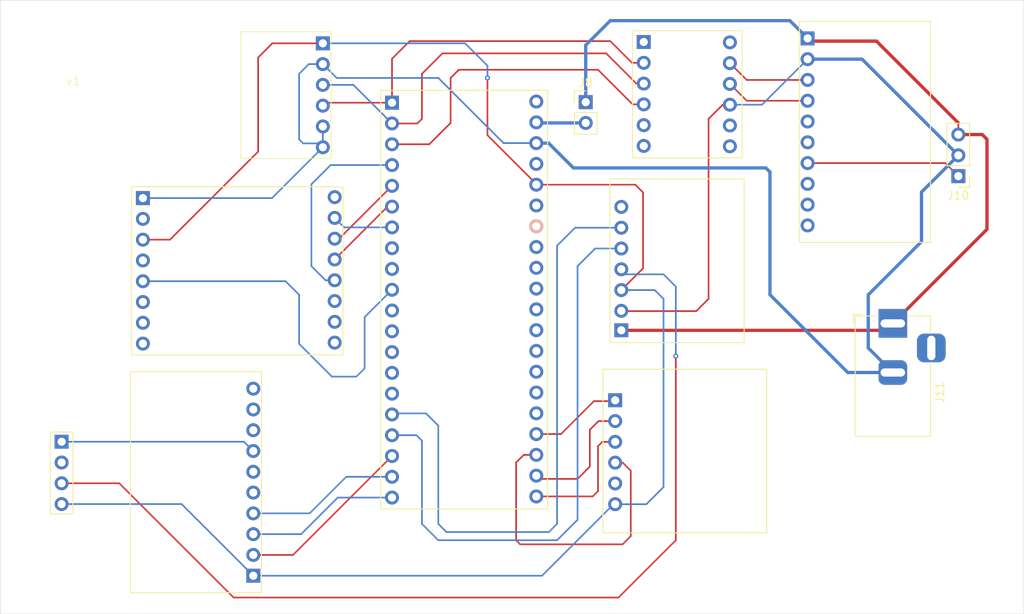
<source format=kicad_pcb>
(kicad_pcb (version 20241229) (generator "pcbnew") (generator_version "9.0")
  (layers (0 "F.Cu" signal) (2 "B.Cu" signal) (13 "F.Paste" user) (15 "B.Paste" user) (5 "F.SilkS" user "F.Silkscreen") (7 "B.SilkS" user "B.Silkscreen") (1 "F.Mask" user) (3 "B.Mask" user) (25 "Edge.Cuts" user))
  (net 0 "")
  (net 2 "Net-(J1-Pin_3)")
  (net 3 "Net-(J1-Pin_4)")
  (net 4 "Net-(J1-Pin_1)")
  (net 9 "Net-(U2-GPIO3)")
  (net 11 "Net-(U2-GPIO7)")
  (net 12 "Net-(U2-GPIO2)")
  (net 13 "Net-(U2-GPIO5)")
  (net 17 "GND")
  (net 18 "Net-(U2-GPIO4)")
  (net 20 "Net-(J3-Pin_4)")
  (net 21 "Net-(J3-Pin_3)")
  (net 22 "Net-(J4-Pin_1)_1")
  (net 23 "Net-(J4-Pin_3)")
  (net 24 "Net-(J4-Pin_2)")
  (net 26 "Net-(J4-Pin_4)")
  (net 27 "Net-(J5-Pin_4)")
  (net 28 "Net-(J5-Pin_2)")
  (net 34 "Net-(J5-Pin_3)")
  (net 35 "Net-(J6-Pin_4-Pad4)")
  (net 39 "Net-(J9-Pin_4)")
  (net 42 "5v")
  (net 44 "Net-(J9-Pin_3)")
  (net 45 "Net-(J7-Pin_5)")
  (net 46 "Net-(U2-GPIO12)")
  (net 48 "Net-(J8-Pin_2)")
  (net 52 "Net-(J10-Pin_1)")
  (footprint "Connector_PinHeader_2.54mm:PinHeader_1x03_P2.54mm_Vertical" (layer "F.Cu") (at 230.5 93.5 180)
    (property "Reference" "J10" (at 0 -2.38 0) (layer "F.SilkS"))
    (property "Value" "wind_sensor")
    (fp_line (start 1.38 1.27) (end 1.38 6.46) (stroke (width 0.12)) (layer "F.SilkS"))
    (fp_line (start -1.38 6.46) (end 1.38 6.46) (stroke (width 0.12)) (layer "F.SilkS"))
    (fp_line (start -1.38 1.27) (end 1.38 1.27) (stroke (width 0.12)) (layer "F.SilkS"))
    (fp_line (start -1.38 1.27) (end -1.38 6.46) (stroke (width 0.12)) (layer "F.SilkS"))
    (fp_line (start -1.38 0) (end -1.38 -1.38) (stroke (width 0.12)) (layer "F.SilkS"))
    (fp_line (start -1.38 -1.38) (end 0 -1.38) (stroke (width 0.12)) (layer "F.SilkS"))
    (pad "1" thru_hole rect (at 0 0 180) (size 1.7 1.7) (drill 1) (layers "*.Cu" "*.Mask") (net 52 "Net-(J10-Pin_1)"))
    (pad "2" thru_hole circle (at 0 2.54 180) (size 1.7 1.7) (drill 1) (layers "*.Cu" "*.Mask") (net 17 "GND"))
    (pad "3" thru_hole circle (at 0 5.08 180) (size 1.7 1.7) (drill 1) (layers "*.Cu" "*.Mask") (net 42 "5v"))
  )
  (footprint "CSIS_LIB:i2c_level" (layer "F.Cu") (at 204.105 82.27 180)
    (property "Reference" "J6" (hide yes))
    (property "Value" "I2C_Level_shifter" (hide yes))
    (fp_line (start 13.4 6.54) (end 0 6.54) (stroke (width 0.12)) (layer "F.SilkS"))
    (fp_line (start 13.4 6.5) (end 13.4 -9) (stroke (width 0.12)) (layer "F.SilkS"))
    (fp_line (start 13.4 -9) (end 0 -9) (stroke (width 0.12)) (layer "F.SilkS"))
    (fp_line (start 0 6.5) (end 0 -9) (stroke (width 0.12)) (layer "F.SilkS"))
    (pad "1" thru_hole rect (at 12.02 5.16) (size 1.7 1.7) (drill 1) (layers "*.Cu" "*.Mask"))
    (pad "2" thru_hole circle (at 12.02 2.62) (size 1.7 1.7) (drill 1) (layers "*.Cu" "*.Mask") (net 20 "Net-(J3-Pin_4)"))
    (pad "3" thru_hole circle (at 12.02 0.08) (size 1.7 1.7) (drill 1) (layers "*.Cu" "*.Mask") (net 21 "Net-(J3-Pin_3)"))
    (pad "4" thru_hole circle (at 12.02 -2.46) (size 1.7 1.7) (drill 1) (layers "*.Cu" "*.Mask") (net 35 "Net-(J6-Pin_4-Pad4)"))
    (pad "5" thru_hole circle (at 12.02 -5) (size 1.7 1.7) (drill 1) (layers "*.Cu" "*.Mask"))
    (pad "6" thru_hole circle (at 12.02 -7.54) (size 1.7 1.7) (drill 1) (layers "*.Cu" "*.Mask"))
    (pad "11" thru_hole circle (at 1.5 -7.58) (size 1.7 1.7) (drill 1) (layers "*.Cu" "*.Mask"))
    (pad "12" thru_hole circle (at 1.5 -5.04) (size 1.7 1.7) (drill 1) (layers "*.Cu" "*.Mask"))
    (pad "13" thru_hole circle (at 1.5 -2.5) (size 1.7 1.7) (drill 1) (layers "*.Cu" "*.Mask") (net 17 "GND"))
    (pad "14" thru_hole circle (at 1.5 0.04) (size 1.7 1.7) (drill 1) (layers "*.Cu" "*.Mask") (net 39 "Net-(J9-Pin_4)"))
    (pad "15" thru_hole circle (at 1.5 2.58) (size 1.7 1.7) (drill 1) (layers "*.Cu" "*.Mask") (net 44 "Net-(J9-Pin_3)"))
    (pad "16" thru_hole circle (at 1.5 5.12) (size 1.7 1.7) (drill 1) (layers "*.Cu" "*.Mask"))
  )
  (footprint "CSIS_LIB:ADS1" (layer "F.Cu") (at 145.405 144.405 180)
    (property "Reference" "J5" (hide yes))
    (property "Value" "ADS" (hide yes))
    (fp_line (start 16 27) (end 0 27) (stroke (width 0.12)) (layer "F.SilkS"))
    (fp_line (start 16 0) (end 16 27) (stroke (width 0.12)) (layer "F.SilkS"))
    (fp_line (start 0 27) (end 0 24.25) (stroke (width 0.12)) (layer "F.SilkS"))
    (fp_line (start 0 24.25) (end 0 0) (stroke (width 0.12)) (layer "F.SilkS"))
    (fp_line (start 0 0) (end 16 0) (stroke (width 0.12)) (layer "F.SilkS"))
    (pad "1" thru_hole rect (at 1 2.07 180) (size 1.7 1.7) (drill 1) (layers "*.Cu" "*.Mask") (net 3 "Net-(J1-Pin_4)"))
    (pad "2" thru_hole circle (at 1 4.61 180) (size 1.7 1.7) (drill 1) (layers "*.Cu" "*.Mask") (net 28 "Net-(J5-Pin_2)"))
    (pad "3" thru_hole circle (at 1 7.15 180) (size 1.7 1.7) (drill 1) (layers "*.Cu" "*.Mask") (net 34 "Net-(J5-Pin_3)"))
    (pad "4" thru_hole circle (at 1 9.69 180) (size 1.7 1.7) (drill 1) (layers "*.Cu" "*.Mask") (net 27 "Net-(J5-Pin_4)"))
    (pad "5" thru_hole circle (at 1 12.23 180) (size 1.7 1.7) (drill 1) (layers "*.Cu" "*.Mask"))
    (pad "6" thru_hole circle (at 1 14.77 180) (size 1.7 1.7) (drill 1) (layers "*.Cu" "*.Mask"))
    (pad "7" thru_hole circle (at 1 17.31 180) (size 1.7 1.7) (drill 1) (layers "*.Cu" "*.Mask") (net 4 "Net-(J1-Pin_1)"))
    (pad "8" thru_hole circle (at 1 19.85 180) (size 1.7 1.7) (drill 1) (layers "*.Cu" "*.Mask"))
    (pad "9" thru_hole circle (at 1 22.39 180) (size 1.7 1.7) (drill 1) (layers "*.Cu" "*.Mask"))
    (pad "10" thru_hole circle (at 1 24.93 180) (size 1.7 1.7) (drill 1) (layers "*.Cu" "*.Mask"))
  )
  (footprint "MCU_library:PICOw" (layer "F.Cu") (at 159.845 83.025)
    (property "Reference" "U2" (hide yes))
    (property "Value" "RASPI PICO W")
    (fp_line (start 0.12 0) (end 17.74 -0.02) (stroke (width 0.12)) (layer "F.SilkS"))
    (fp_line (start 0.12 1.5) (end 0.12 0) (stroke (width 0.12)) (layer "F.SilkS"))
    (fp_line (start 0.12 1.5) (end 0.12 51.14) (stroke (width 0.12)) (layer "F.SilkS"))
    (fp_line (start 0.12 51.14) (end 20.5 51.14) (stroke (width 0.12)) (layer "F.SilkS"))
    (fp_line (start 17.74 -0.02) (end 20.5 -0.02) (stroke (width 0.12)) (layer "F.SilkS"))
    (fp_line (start 20.5 -0.02) (end 20.5 51.14) (stroke (width 0.12)) (layer "F.SilkS"))
    (pad "1" thru_hole rect (at 1.5 1.5) (size 1.7 1.7) (drill 1) (layers "*.Cu" "*.Mask") (net 20 "Net-(J3-Pin_4)"))
    (pad "2" thru_hole circle (at 1.5 4.04) (size 1.7 1.7) (drill 1) (layers "*.Cu" "*.Mask") (net 21 "Net-(J3-Pin_3)"))
    (pad "3" thru_hole circle (at 1.5 6.58) (size 1.7 1.7) (drill 1) (layers "*.Cu" "*.Mask") (net 35 "Net-(J6-Pin_4-Pad4)"))
    (pad "4" thru_hole circle (at 1.5 9.12) (size 1.7 1.7) (drill 1) (layers "*.Cu" "*.Mask") (net 12 "Net-(U2-GPIO2)"))
    (pad "5" thru_hole circle (at 1.5 11.66) (size 1.7 1.7) (drill 1) (layers "*.Cu" "*.Mask") (net 9 "Net-(U2-GPIO3)"))
    (pad "6" thru_hole circle (at 1.5 14.2) (size 1.7 1.7) (drill 1) (layers "*.Cu" "*.Mask") (net 18 "Net-(U2-GPIO4)"))
    (pad "7" thru_hole circle (at 1.5 16.74) (size 1.7 1.7) (drill 1) (layers "*.Cu" "*.Mask") (net 13 "Net-(U2-GPIO5)"))
    (pad "8" thru_hole circle (at 1.5 19.28) (size 1.7 1.7) (drill 1) (layers "*.Cu" "*.Mask"))
    (pad "9" thru_hole circle (at 1.5 21.82) (size 1.7 1.7) (drill 1) (layers "*.Cu" "*.Mask"))
    (pad "10" thru_hole circle (at 1.5 24.36) (size 1.7 1.7) (drill 1) (layers "*.Cu" "*.Mask") (net 11 "Net-(U2-GPIO7)"))
    (pad "11" thru_hole circle (at 1.5 26.9) (size 1.7 1.7) (drill 1) (layers "*.Cu" "*.Mask"))
    (pad "12" thru_hole circle (at 1.5 29.44) (size 1.7 1.7) (drill 1) (layers "*.Cu" "*.Mask"))
    (pad "13" thru_hole circle (at 1.5 31.98) (size 1.7 1.7) (drill 1) (layers "*.Cu" "*.Mask"))
    (pad "14" thru_hole circle (at 1.5 34.52) (size 1.7 1.7) (drill 1) (layers "*.Cu" "*.Mask"))
    (pad "15" thru_hole circle (at 1.5 37.06) (size 1.7 1.7) (drill 1) (layers "*.Cu" "*.Mask"))
    (pad "16" thru_hole circle (at 1.5 39.6) (size 1.7 1.7) (drill 1) (layers "*.Cu" "*.Mask") (net 46 "Net-(U2-GPIO12)"))
    (pad "17" thru_hole circle (at 1.5 42.14) (size 1.7 1.7) (drill 1) (layers "*.Cu" "*.Mask") (net 45 "Net-(J7-Pin_5)"))
    (pad "18" thru_hole circle (at 1.5 44.68) (size 1.7 1.7) (drill 1) (layers "*.Cu" "*.Mask") (net 28 "Net-(J5-Pin_2)"))
    (pad "19" thru_hole circle (at 1.5 47.22) (size 1.7 1.7) (drill 1) (layers "*.Cu" "*.Mask") (net 27 "Net-(J5-Pin_4)"))
    (pad "20" thru_hole circle (at 1.5 49.76) (size 1.7 1.7) (drill 1) (layers "*.Cu" "*.Mask") (net 34 "Net-(J5-Pin_3)"))
    (pad "21" thru_hole circle (at 19.12 49.62) (size 1.7 1.7) (drill 1) (layers "*.Cu" "*.Mask") (net 23 "Net-(J4-Pin_3)"))
    (pad "22" thru_hole circle (at 19.12 47.08) (size 1.7 1.7) (drill 1) (layers "*.Cu" "*.Mask") (net 24 "Net-(J4-Pin_2)"))
    (pad "23" thru_hole circle (at 19.12 44.54) (size 1.7 1.7) (drill 1) (layers "*.Cu" "*.Mask") (net 26 "Net-(J4-Pin_4)"))
    (pad "24" thru_hole circle (at 19.12 42) (size 1.7 1.7) (drill 1) (layers "*.Cu" "*.Mask") (net 22 "Net-(J4-Pin_1)_1"))
    (pad "25" thru_hole circle (at 19.12 39.46) (size 1.7 1.7) (drill 1) (layers "*.Cu" "*.Mask"))
    (pad "26" thru_hole circle (at 19.12 36.92) (size 1.7 1.7) (drill 1) (layers "*.Cu" "*.Mask"))
    (pad "27" thru_hole circle (at 19.12 34.38) (size 1.7 1.7) (drill 1) (layers "*.Cu" "*.Mask"))
    (pad "28" thru_hole circle (at 19.12 31.84) (size 1.7 1.7) (drill 1) (layers "*.Cu" "*.Mask"))
    (pad "29" thru_hole circle (at 19.12 29.3) (size 1.7 1.7) (drill 1) (layers "*.Cu" "*.Mask"))
    (pad "30" thru_hole circle (at 19.12 26.76) (size 1.7 1.7) (drill 1) (layers "*.Cu" "*.Mask"))
    (pad "31" thru_hole circle (at 19.12 24.22) (size 1.7 1.7) (drill 1) (layers "*.Cu" "*.Mask"))
    (pad "32" thru_hole circle (at 19.12 21.68) (size 1.7 1.7) (drill 1) (layers "*.Cu" "*.Mask"))
    (pad "33" thru_hole circle (at 19.12 19.14) (size 1.7 1.7) (drill 1) (layers "*.Cu" "*.Mask"))
    (pad "34" thru_hole circle (at 19.12 16.6) (size 1.7 1.7) (drill 1) (layers "*.Cu" "*.Mask" "B.SilkS"))
    (pad "35" thru_hole circle (at 19.12 14.06) (size 1.7 1.7) (drill 1) (layers "*.Cu" "*.Mask"))
    (pad "36" thru_hole circle (at 19.12 11.52) (size 1.7 1.7) (drill 1) (layers "*.Cu" "*.Mask" "F.Adhes") (net 3 "Net-(J1-Pin_4)"))
    (pad "37" thru_hole circle (at 19.12 8.98) (size 1.7 1.7) (drill 1) (layers "*.Cu" "*.Mask"))
    (pad "38" thru_hole circle (at 19.12 6.44) (size 1.7 1.7) (drill 1) (layers "*.Cu" "*.Mask") (net 17 "GND"))
    (pad "39" thru_hole circle (at 19.12 3.9) (size 1.7 1.7) (drill 1) (layers "*.Cu" "*.Mask") (net 48 "Net-(J8-Pin_2)"))
    (pad "40" thru_hole circle (at 19.12 1.36) (size 1.7 1.7) (drill 1) (layers "*.Cu" "*.Mask"))
  )
  (footprint "CSIS_LIB:ADS1" (layer "F.Cu") (at 211.095 74.595)
    (property "Reference" "J9" (hide yes))
    (property "Value" "ADS" (hide yes))
    (fp_line (start 0 0) (end 16 0) (stroke (width 0.12)) (layer "F.SilkS"))
    (fp_line (start 0 24.25) (end 0 0) (stroke (width 0.12)) (layer "F.SilkS"))
    (fp_line (start 0 27) (end 0 24.25) (stroke (width 0.12)) (layer "F.SilkS"))
    (fp_line (start 16 0) (end 16 27) (stroke (width 0.12)) (layer "F.SilkS"))
    (fp_line (start 16 27) (end 0 27) (stroke (width 0.12)) (layer "F.SilkS"))
    (pad "1" thru_hole rect (at 1 2.07) (size 1.7 1.7) (drill 1) (layers "*.Cu" "*.Mask") (net 42 "5v"))
    (pad "2" thru_hole circle (at 1 4.61) (size 1.7 1.7) (drill 1) (layers "*.Cu" "*.Mask") (net 17 "GND"))
    (pad "3" thru_hole circle (at 1 7.15) (size 1.7 1.7) (drill 1) (layers "*.Cu" "*.Mask") (net 44 "Net-(J9-Pin_3)"))
    (pad "4" thru_hole circle (at 1 9.69) (size 1.7 1.7) (drill 1) (layers "*.Cu" "*.Mask") (net 39 "Net-(J9-Pin_4)"))
    (pad "5" thru_hole circle (at 1 12.23) (size 1.7 1.7) (drill 1) (layers "*.Cu" "*.Mask"))
    (pad "6" thru_hole circle (at 1 14.77) (size 1.7 1.7) (drill 1) (layers "*.Cu" "*.Mask"))
    (pad "7" thru_hole circle (at 1 17.31) (size 1.7 1.7) (drill 1) (layers "*.Cu" "*.Mask") (net 52 "Net-(J10-Pin_1)"))
    (pad "8" thru_hole circle (at 1 19.85) (size 1.7 1.7) (drill 1) (layers "*.Cu" "*.Mask"))
    (pad "9" thru_hole circle (at 1 22.39) (size 1.7 1.7) (drill 1) (layers "*.Cu" "*.Mask"))
    (pad "10" thru_hole circle (at 1 24.93) (size 1.7 1.7) (drill 1) (layers "*.Cu" "*.Mask"))
  )
  (footprint "CSIS_LIB:RAINv1" (layer "F.Cu") (at 119 124.77)
    (property "Reference" "J1" (hide yes))
    (property "Value" "Rain" (hide yes))
    (fp_line (start 0.62 0) (end 0.62 10) (stroke (width 0.12)) (layer "F.SilkS"))
    (fp_line (start 0.62 0) (end 3.38 0) (stroke (width 0.12)) (layer "F.SilkS"))
    (fp_line (start 0.62 10) (end 3.38 10) (stroke (width 0.12)) (layer "F.SilkS"))
    (fp_line (start 3.38 0) (end 3.38 10) (stroke (width 0.12)) (layer "F.SilkS"))
    (pad "1" thru_hole rect (at 2 1.19) (size 1.7 1.7) (drill 1) (layers "*.Cu" "*.Mask") (net 4 "Net-(J1-Pin_1)"))
    (pad "2" thru_hole circle (at 2 3.73) (size 1.7 1.7) (drill 1) (layers "*.Cu" "*.Mask"))
    (pad "3" thru_hole circle (at 2 6.27) (size 1.7 1.7) (drill 1) (layers "*.Cu" "*.Mask") (net 2 "Net-(J1-Pin_3)"))
    (pad "4" thru_hole circle (at 2 8.81) (size 1.7 1.7) (drill 1) (layers "*.Cu" "*.Mask") (net 3 "Net-(J1-Pin_4)"))
  )
  (footprint "CSIS_LIB:lora" (layer "F.Cu") (at 120.845 92.845)
    (property "Reference" "J2" (hide yes))
    (property "Value" "LORA" (hide yes))
    (fp_line (start 8.7 1.96) (end 34.5 1.96) (stroke (width 0.12)) (layer "F.SilkS"))
    (fp_line (start 8.7 2) (end 8.7 22.5) (stroke (width 0.12)) (layer "F.SilkS"))
    (fp_line (start 8.7 22.5) (end 34.5 22.5) (stroke (width 0.12)) (layer "F.SilkS"))
    (fp_line (start 34.5 2) (end 34.5 22.5) (stroke (width 0.12)) (layer "F.SilkS"))
    (pad "1" thru_hole rect (at 10.08 3.34) (size 1.7 1.7) (drill 1) (layers "*.Cu" "*.Mask") (net 17 "GND"))
    (pad "2" thru_hole circle (at 10.08 5.88) (size 1.7 1.7) (drill 1) (layers "*.Cu" "*.Mask"))
    (pad "3" thru_hole circle (at 10.08 8.42) (size 1.7 1.7) (drill 1) (layers "*.Cu" "*.Mask") (net 3 "Net-(J1-Pin_4)"))
    (pad "4" thru_hole circle (at 10.08 10.96) (size 1.7 1.7) (drill 1) (layers "*.Cu" "*.Mask"))
    (pad "5" thru_hole circle (at 10.08 13.5) (size 1.7 1.7) (drill 1) (layers "*.Cu" "*.Mask") (net 11 "Net-(U2-GPIO7)"))
    (pad "6" thru_hole circle (at 10.08 16.04) (size 1.7 1.7) (drill 1) (layers "*.Cu" "*.Mask"))
    (pad "7" thru_hole circle (at 10.08 18.58) (size 1.7 1.7) (drill 1) (layers "*.Cu" "*.Mask"))
    (pad "8" thru_hole circle (at 10.08 21.12) (size 1.7 1.7) (drill 1) (layers "*.Cu" "*.Mask"))
    (pad "9" thru_hole circle (at 33.5 21) (size 1.7 1.7) (drill 1) (layers "*.Cu" "*.Mask"))
    (pad "10" thru_hole circle (at 33.5 18.46) (size 1.7 1.7) (drill 1) (layers "*.Cu" "*.Mask"))
    (pad "11" thru_hole circle (at 33.5 15.92) (size 1.7 1.7) (drill 1) (layers "*.Cu" "*.Mask"))
    (pad "12" thru_hole circle (at 33.5 13.38) (size 1.7 1.7) (drill 1) (layers "*.Cu" "*.Mask") (net 12 "Net-(U2-GPIO2)"))
    (pad "13" thru_hole circle (at 33.5 10.84) (size 1.7 1.7) (drill 1) (layers "*.Cu" "*.Mask") (net 18 "Net-(U2-GPIO4)"))
    (pad "14" thru_hole circle (at 33.5 8.3) (size 1.7 1.7) (drill 1) (layers "*.Cu" "*.Mask") (net 9 "Net-(U2-GPIO3)"))
    (pad "15" thru_hole circle (at 33.5 5.76) (size 1.7 1.7) (drill 1) (layers "*.Cu" "*.Mask") (net 13 "Net-(U2-GPIO5)"))
    (pad "16" thru_hole circle (at 33.5 3.22) (size 1.7 1.7) (drill 1) (layers "*.Cu" "*.Mask"))
  )
  (footprint "CSIS_LIB:Thermocoupler" (layer "F.Cu") (at 187.095 117.095)
    (property "Reference" "J4" (hide yes))
    (property "Value" "Thermocoupler" (hide yes))
    (fp_line (start 0 0) (end 0 20) (stroke (width 0.12)) (layer "F.SilkS"))
    (fp_line (start 0 0) (end 20 0) (stroke (width 0.12)) (layer "F.SilkS"))
    (fp_line (start 0 20) (end 20 20) (stroke (width 0.12)) (layer "F.SilkS"))
    (fp_line (start 20 0) (end 20 20) (stroke (width 0.12)) (layer "F.SilkS"))
    (pad "1" thru_hole rect (at 1.5 3.8) (size 1.7 1.7) (drill 1) (layers "*.Cu" "*.Mask") (net 22 "Net-(J4-Pin_1)_1"))
    (pad "2" thru_hole circle (at 1.5 6.34) (size 1.7 1.7) (drill 1) (layers "*.Cu" "*.Mask") (net 24 "Net-(J4-Pin_2)"))
    (pad "3" thru_hole circle (at 1.5 8.88) (size 1.7 1.7) (drill 1) (layers "*.Cu" "*.Mask") (net 23 "Net-(J4-Pin_3)"))
    (pad "4" thru_hole circle (at 1.5 11.42) (size 1.7 1.7) (drill 1) (layers "*.Cu" "*.Mask") (net 26 "Net-(J4-Pin_4)"))
    (pad "5" thru_hole circle (at 1.5 13.96) (size 1.7 1.7) (drill 1) (layers "*.Cu" "*.Mask"))
    (pad "6" thru_hole circle (at 1.5 16.5) (size 1.7 1.7) (drill 1) (layers "*.Cu" "*.Mask") (net 3 "Net-(J1-Pin_4)"))
  )
  (footprint "CSIS_LIB:GSM" (layer "F.Cu") (at 187.845 92.345)
    (property "Reference" "J7" (hide yes))
    (property "Value" "GSM_module" (hide yes))
    (fp_line (start 0.12 21.5) (end 0.12 1.5) (stroke (width 0.12)) (layer "F.SilkS"))
    (fp_line (start 16.5 1.5) (end 0.12 1.5) (stroke (width 0.12)) (layer "F.SilkS"))
    (fp_line (start 16.5 21.5) (end 0.12 21.5) (stroke (width 0.12)) (layer "F.SilkS"))
    (fp_line (start 16.5 21.5) (end 16.5 1.5) (stroke (width 0.12)) (layer "F.SilkS"))
    (pad "1" thru_hole rect (at 1.5 20 180) (size 1.7 1.7) (drill 1) (layers "*.Cu" "*.Mask") (net 42 "5v"))
    (pad "2" thru_hole circle (at 1.5 17.62 180) (size 1.7 1.7) (drill 1) (layers "*.Cu" "*.Mask") (net 17 "GND"))
    (pad "3" thru_hole circle (at 1.5 15.08 180) (size 1.7 1.7) (drill 1) (layers "*.Cu" "*.Mask") (net 3 "Net-(J1-Pin_4)"))
    (pad "4" thru_hole circle (at 1.5 12.54 180) (size 1.7 1.7) (drill 1) (layers "*.Cu" "*.Mask") (net 2 "Net-(J1-Pin_3)"))
    (pad "5" thru_hole circle (at 1.5 10 180) (size 1.7 1.7) (drill 1) (layers "*.Cu" "*.Mask") (net 45 "Net-(J7-Pin_5)"))
    (pad "6" thru_hole circle (at 1.5 7.46 180) (size 1.7 1.7) (drill 1) (layers "*.Cu" "*.Mask") (net 46 "Net-(U2-GPIO12)"))
    (pad "7" thru_hole circle (at 1.5 4.92 180) (size 1.7 1.7) (drill 1) (layers "*.Cu" "*.Mask"))
  )
  (footprint "Connector_BarrelJack:BarrelJack_Horizontal" (layer "F.Cu") (at 222.5 111.5 90)
    (property "Reference" "J11" (at -8.45 5.75 90) (layer "F.SilkS"))
    (property "Value" "Barrel_Jack_MountingPin")
    (fp_line (start 0.05 -4.8) (end 1.1 -4.8) (stroke (width 0.12)) (layer "F.SilkS"))
    (fp_line (start 0.9 -4.6) (end 0.9 -2) (stroke (width 0.12)) (layer "F.SilkS"))
    (fp_line (start -13.8 -4.6) (end 0.9 -4.6) (stroke (width 0.12)) (layer "F.SilkS"))
    (fp_line (start 1.1 -3.75) (end 1.1 -4.8) (stroke (width 0.12)) (layer "F.SilkS"))
    (fp_line (start 0.9 1.9) (end 0.9 4.6) (stroke (width 0.12)) (layer "F.SilkS"))
    (fp_line (start 0.9 4.6) (end -1 4.6) (stroke (width 0.12)) (layer "F.SilkS"))
    (fp_line (start -5 4.6) (end -13.8 4.6) (stroke (width 0.12)) (layer "F.SilkS"))
    (fp_line (start -13.8 4.6) (end -13.8 -4.6) (stroke (width 0.12)) (layer "F.SilkS"))
    (pad "1" thru_hole rect (at 0 0 90) (size 3.5 3.5) (drill oval 1 3) (layers "*.Cu" "*.Mask") (net 42 "5v"))
    (pad "2" thru_hole roundrect (at -6 0 90) (size 3 3.5) (drill oval 1 3) (layers "*.Cu" "*.Mask") (net 17 "GND"))
    (pad "3" thru_hole roundrect (at -3 4.7 90) (size 3.5 3.5) (drill oval 3 1) (layers "*.Cu" "*.Mask"))
  )
  (footprint "CSIS_LIB:BARO" (layer "F.Cu") (at 153.9 75.85 -90)
    (property "Reference" "J3" (hide yes))
    (property "Value" "PRESSURE" (hide yes))
    (fp_rect (start 0 0) (end 15.5 11) (stroke (width 0.1)) (fill no) (layer "F.SilkS"))
    (pad "1" thru_hole rect (at 1.42 1) (size 1.7 1.7) (drill 1) (layers "*.Cu" "*.Mask") (net 3 "Net-(J1-Pin_4)"))
    (pad "2" thru_hole circle (at 3.96 1) (size 1.7 1.7) (drill 1) (layers "*.Cu" "*.Mask") (net 17 "GND"))
    (pad "3" thru_hole circle (at 6.5 1) (size 1.7 1.7) (drill 1) (layers "*.Cu" "*.Mask") (net 21 "Net-(J3-Pin_3)"))
    (pad "4" thru_hole circle (at 9.04 1) (size 1.7 1.7) (drill 1) (layers "*.Cu" "*.Mask") (net 20 "Net-(J3-Pin_4)"))
    (pad "5" thru_hole circle (at 11.58 1) (size 1.7 1.7) (drill 1) (layers "*.Cu" "*.Mask") (net 17 "GND"))
    (pad "6" thru_hole circle (at 14.12 1) (size 1.7 1.7) (drill 1) (layers "*.Cu" "*.Mask") (net 17 "GND"))
  )
  (footprint "Connector_PinHeader_2.54mm:PinHeader_1x02_P2.54mm_Vertical" (layer "F.Cu") (at 185 84.46)
    (property "Reference" "J8" (at 0 -2.38 0) (layer "F.SilkS"))
    (property "Value" "Conn_01x02_Pin")
    (fp_line (start -1.38 -1.38) (end 0 -1.38) (stroke (width 0.12)) (layer "F.SilkS"))
    (fp_line (start -1.38 0) (end -1.38 -1.38) (stroke (width 0.12)) (layer "F.SilkS"))
    (fp_line (start -1.38 1.27) (end -1.38 3.92) (stroke (width 0.12)) (layer "F.SilkS"))
    (fp_line (start -1.38 1.27) (end 1.38 1.27) (stroke (width 0.12)) (layer "F.SilkS"))
    (fp_line (start -1.38 3.92) (end 1.38 3.92) (stroke (width 0.12)) (layer "F.SilkS"))
    (fp_line (start 1.38 1.27) (end 1.38 3.92) (stroke (width 0.12)) (layer "F.SilkS"))
    (pad "1" thru_hole rect (at 0 0) (size 1.7 1.7) (drill 1) (layers "*.Cu" "*.Mask") (net 42 "5v"))
    (pad "2" thru_hole circle (at 0 2.54) (size 1.7 1.7) (drill 1) (layers "*.Cu" "*.Mask") (net 48 "Net-(J8-Pin_2)"))
  )
  (gr_rect (start 113.5 72) (end 238.5 147) (stroke (width 0.05)) (fill no) (layer "Edge.Cuts"))
  (gr_text "v1\n" (at 121.5 82.5 0) (layer "F.SilkS") (effects (font (size 1 1) (thickness 0.1)) (justify left bottom)))
  (segment (start 196 138) (end 196 115.5) (width 0.2) (layer "F.Cu") (net 2))
  (segment (start 121 131.04) (end 128.04 131.04) (width 0.2) (layer "F.Cu") (net 2))
  (segment (start 128.04 131.04) (end 136.5 139.5) (width 0.2) (layer "F.Cu") (net 2))
  (segment (start 136.5 139.5) (end 142 145) (width 0.2) (layer "F.Cu") (net 2))
  (segment (start 151 145) (end 189 145) (width 0.2) (layer "F.Cu") (net 2))
  (segment (start 189 145) (end 196 138) (width 0.2) (layer "F.Cu") (net 2))
  (segment (start 142 145) (end 151 145) (width 0.2) (layer "F.Cu") (net 2))
  (via (at 196 115.5) (size 0.6) (drill 0.3) (layers "F.Cu" "B.Cu") (net 2))
  (segment (start 189.96 105.5) (end 189.345 104.885) (width 0.2) (layer "B.Cu") (net 2))
  (segment (start 194.5 105.5) (end 189.96 105.5) (width 0.2) (layer "B.Cu") (net 2))
  (segment (start 196 115.5) (end 196 107) (width 0.2) (layer "B.Cu") (net 2))
  (segment (start 196 107) (end 194.5 105.5) (width 0.2) (layer "B.Cu") (net 2))
  (segment (start 192 104.77) (end 189.345 107.425) (width 0.2) (layer "F.Cu") (net 3))
  (segment (start 178.965 94.545) (end 191.045 94.545) (width 0.2) (layer "F.Cu") (net 3))
  (segment (start 145 90.5) (end 145 79) (width 0.2) (layer "F.Cu") (net 3))
  (segment (start 178.965 94.545) (end 178.965 94.465) (width 0.2) (layer "F.Cu") (net 3))
  (segment (start 145 79) (end 146.73 77.27) (width 0.2) (layer "F.Cu") (net 3))
  (segment (start 191.045 94.545) (end 192 95.5) (width 0.2) (layer "F.Cu") (net 3))
  (segment (start 192 95.5) (end 192 104.77) (width 0.2) (layer "F.Cu") (net 3))
  (segment (start 130.925 101.265) (end 134.235 101.265) (width 0.2) (layer "F.Cu") (net 3))
  (segment (start 146.73 77.27) (end 152.9 77.27) (width 0.2) (layer "F.Cu") (net 3))
  (segment (start 178.965 94.465) (end 175 90.5) (width 0.2) (layer "F.Cu") (net 3))
  (segment (start 175 90.5) (end 173 88.5) (width 0.2) (layer "F.Cu") (net 3))
  (segment (start 173 88.5) (end 173 81.5) (width 0.2) (layer "F.Cu") (net 3))
  (segment (start 134.235 101.265) (end 145 90.5) (width 0.2) (layer "F.Cu") (net 3))
  (via (at 173 81.5) (size 0.6) (drill 0.3) (layers "F.Cu" "B.Cu") (net 3))
  (segment (start 173 80) (end 170.27 77.27) (width 0.2) (layer "B.Cu") (net 3))
  (segment (start 193.425 107.425) (end 194.5 108.5) (width 0.2) (layer "B.Cu") (net 3))
  (segment (start 194.5 131.5) (end 192.405 133.595) (width 0.2) (layer "B.Cu") (net 3))
  (segment (start 173 81.5) (end 173 80) (width 0.2) (layer "B.Cu") (net 3))
  (segment (start 188.405 133.595) (end 179.665 142.335) (width 0.2) (layer "B.Cu") (net 3))
  (segment (start 188.595 133.595) (end 188.405 133.595) (width 0.2) (layer "B.Cu") (net 3))
  (segment (start 179.665 142.335) (end 144.405 142.335) (width 0.2) (layer "B.Cu") (net 3))
  (segment (start 121 133.58) (end 135.65 133.58) (width 0.2) (layer "B.Cu") (net 3))
  (segment (start 194.5 108.5) (end 194.5 131.5) (width 0.2) (layer "B.Cu") (net 3))
  (segment (start 192.405 133.595) (end 188.595 133.595) (width 0.2) (layer "B.Cu") (net 3))
  (segment (start 135.65 133.58) (end 144.405 142.335) (width 0.2) (layer "B.Cu") (net 3))
  (segment (start 170.27 77.27) (end 152.9 77.27) (width 0.2) (layer "B.Cu") (net 3))
  (segment (start 189.345 107.425) (end 193.425 107.425) (width 0.2) (layer "B.Cu") (net 3))
  (segment (start 121 125.96) (end 143.27 125.96) (width 0.2) (layer "B.Cu") (net 4))
  (segment (start 143.27 125.96) (end 144.405 127.095) (width 0.2) (layer "B.Cu") (net 4))
  (segment (start 154.885 101.145) (end 161.345 94.685) (width 0.2) (layer "F.Cu") (net 9))
  (segment (start 154.345 101.145) (end 154.885 101.145) (width 0.2) (layer "F.Cu") (net 9))
  (segment (start 150 108) (end 150 114) (width 0.2) (layer "B.Cu") (net 11))
  (segment (start 150 114) (end 154 118) (width 0.2) (layer "B.Cu") (net 11))
  (segment (start 130.925 106.345) (end 148.345 106.345) (width 0.2) (layer "B.Cu") (net 11))
  (segment (start 154 118) (end 157 118) (width 0.2) (layer "B.Cu") (net 11))
  (segment (start 148.345 106.345) (end 150 108) (width 0.2) (layer "B.Cu") (net 11))
  (segment (start 158 110.73) (end 161.345 107.385) (width 0.2) (layer "B.Cu") (net 11))
  (segment (start 158 117) (end 158 110.73) (width 0.2) (layer "B.Cu") (net 11))
  (segment (start 157 118) (end 158 117) (width 0.2) (layer "B.Cu") (net 11))
  (segment (start 154.345 106.225) (end 153.225 106.225) (width 0.2) (layer "B.Cu") (net 12))
  (segment (start 153.225 106.225) (end 151.5 104.5) (width 0.2) (layer "B.Cu") (net 12))
  (segment (start 153.855 92.145) (end 161.345 92.145) (width 0.2) (layer "B.Cu") (net 12))
  (segment (start 151.5 94.5) (end 153.855 92.145) (width 0.2) (layer "B.Cu") (net 12))
  (segment (start 151.5 104.5) (end 151.5 94.5) (width 0.2) (layer "B.Cu") (net 12))
  (segment (start 155.505 99.765) (end 161.345 99.765) (width 0.2) (layer "B.Cu") (net 13))
  (segment (start 154.345 98.605) (end 155.505 99.765) (width 0.2) (layer "B.Cu") (net 13))
  (segment (start 200 86.5) (end 200 108.5) (width 0.2) (layer "F.Cu") (net 17))
  (segment (start 202.605 84.77) (end 201.73 84.77) (width 0.2) (layer "F.Cu") (net 17))
  (segment (start 200 108.5) (end 198.5 110) (width 0.2) (layer "F.Cu") (net 17))
  (segment (start 201.73 84.77) (end 200 86.5) (width 0.2) (layer "F.Cu") (net 17))
  (segment (start 189.38 110) (end 189.345 109.965) (width 0.2) (layer "F.Cu") (net 17))
  (segment (start 198.5 110) (end 189.38 110) (width 0.2) (layer "F.Cu") (net 17))
  (segment (start 226 101.5) (end 226 95.46) (width 0.4) (layer "B.Cu") (net 17))
  (segment (start 151.19 79.81) (end 150 81) (width 0.2) (layer "B.Cu") (net 17))
  (segment (start 154.59 81.5) (end 152.9 79.81) (width 0.2) (layer "B.Cu") (net 17))
  (segment (start 230.5 90.96) (end 218.745 79.205) (width 0.4) (layer "B.Cu") (net 17))
  (segment (start 206.53 84.77) (end 202.605 84.77) (width 0.2) (layer "B.Cu") (net 17))
  (segment (start 222.5 117.5) (end 219.5 114.5) (width 0.4) (layer "B.Cu") (net 17))
  (segment (start 207 92.5) (end 183.5 92.5) (width 0.4) (layer "B.Cu") (net 17))
  (segment (start 150 89) (end 150.5 89.5) (width 0.2) (layer "B.Cu") (net 17))
  (segment (start 226 95.46) (end 230.5 90.96) (width 0.4) (layer "B.Cu") (net 17))
  (segment (start 212.095 79.205) (end 206.53 84.77) (width 0.2) (layer "B.Cu") (net 17))
  (segment (start 183.5 92.5) (end 180.465 89.465) (width 0.4) (layer "B.Cu") (net 17))
  (segment (start 152.9 79.81) (end 151.19 79.81) (width 0.2) (layer "B.Cu") (net 17))
  (segment (start 146.685 96.185) (end 152.9 89.97) (width 0.2) (layer "B.Cu") (net 17))
  (segment (start 152.43 89.5) (end 152.9 89.97) (width 0.2) (layer "B.Cu") (net 17))
  (segment (start 207.5 108) (end 207.5 93) (width 0.4) (layer "B.Cu") (net 17))
  (segment (start 150 81) (end 150 89) (width 0.2) (layer "B.Cu") (net 17))
  (segment (start 219.5 108) (end 226 101.5) (width 0.4) (layer "B.Cu") (net 17))
  (segment (start 174.965 89.465) (end 167 81.5) (width 0.2) (layer "B.Cu") (net 17))
  (segment (start 217 117.5) (end 207.5 108) (width 0.4) (layer "B.Cu") (net 17))
  (segment (start 180.465 89.465) (end 178.965 89.465) (width 0.4) (layer "B.Cu") (net 17))
  (segment (start 130.925 96.185) (end 146.685 96.185) (width 0.2) (layer "B.Cu") (net 17))
  (segment (start 178.965 89.465) (end 174.965 89.465) (width 0.2) (layer "B.Cu") (net 17))
  (segment (start 219.5 114.5) (end 219.5 108) (width 0.4) (layer "B.Cu") (net 17))
  (segment (start 167 81.5) (end 154.59 81.5) (width 0.2) (layer "B.Cu") (net 17))
  (segment (start 218.745 79.205) (end 212.095 79.205) (width 0.4) (layer "B.Cu") (net 17))
  (segment (start 152.9 87.43) (end 152.9 89.97) (width 0.2) (layer "B.Cu") (net 17))
  (segment (start 207.5 93) (end 207 92.5) (width 0.4) (layer "B.Cu") (net 17))
  (segment (start 150.5 89.5) (end 152.43 89.5) (width 0.2) (layer "B.Cu") (net 17))
  (segment (start 222.5 117.5) (end 217 117.5) (width 0.4) (layer "B.Cu") (net 17))
  (segment (start 160.805 97.225) (end 161.345 97.225) (width 0.2) (layer "F.Cu") (net 18))
  (segment (start 154.345 103.685) (end 160.805 97.225) (width 0.2) (layer "F.Cu") (net 18))
  (segment (start 190.65 79.65) (end 188 77) (width 0.2) (layer "F.Cu") (net 20))
  (segment (start 163.5 77) (end 161.345 79.155) (width 0.2) (layer "F.Cu") (net 20))
  (segment (start 161.345 79.155) (end 161.345 84.525) (width 0.2) (layer "F.Cu") (net 20))
  (segment (start 188 77) (end 163.5 77) (width 0.2) (layer "F.Cu") (net 20))
  (segment (start 192.085 79.65) (end 190.65 79.65) (width 0.2) (layer "F.Cu") (net 20))
  (segment (start 153.265 84.525) (end 161.345 84.525) (width 0.2) (layer "F.Cu") (net 20))
  (segment (start 152.9 84.89) (end 153.265 84.525) (width 0.2) (layer "F.Cu") (net 20))
  (segment (start 192.085 82.19) (end 191.19 82.19) (width 0.2) (layer "F.Cu") (net 21))
  (segment (start 165 86.5) (end 164.435 87.065) (width 0.2) (layer "F.Cu") (net 21))
  (segment (start 187.5 78.5) (end 167.5 78.5) (width 0.2) (layer "F.Cu") (net 21))
  (segment (start 191.19 82.19) (end 187.5 78.5) (width 0.2) (layer "F.Cu") (net 21))
  (segment (start 167.5 78.5) (end 165 81) (width 0.2) (layer "F.Cu") (net 21))
  (segment (start 164.435 87.065) (end 161.345 87.065) (width 0.2) (layer "F.Cu") (net 21))
  (segment (start 165 81) (end 165 86.5) (width 0.2) (layer "F.Cu") (net 21))
  (segment (start 156.63 82.35) (end 161.345 87.065) (width 0.2) (layer "B.Cu") (net 21))
  (segment (start 152.9 82.35) (end 156.63 82.35) (width 0.2) (layer "B.Cu") (net 21))
  (segment (start 181.975 125.025) (end 178.965 125.025) (width 0.2) (layer "F.Cu") (net 22))
  (segment (start 188.49 121) (end 186 121) (width 0.2) (layer "F.Cu") (net 22))
  (segment (start 186 121) (end 181.975 125.025) (width 0.2) (layer "F.Cu") (net 22))
  (segment (start 188.595 120.895) (end 188.49 121) (width 0.2) (layer "F.Cu") (net 22))
  (segment (start 188.595 125.975) (end 187.025 125.975) (width 0.2) (layer "F.Cu") (net 23))
  (segment (start 186.5 132) (end 185.855 132.645) (width 0.2) (layer "F.Cu") (net 23))
  (segment (start 186.5 126.5) (end 186.5 132) (width 0.2) (layer "F.Cu") (net 23))
  (segment (start 187.025 125.975) (end 186.5 126.5) (width 0.2) (layer "F.Cu") (net 23))
  (segment (start 185.855 132.645) (end 178.965 132.645) (width 0.2) (layer "F.Cu") (net 23))
  (segment (start 184 130.5) (end 179.36 130.5) (width 0.2) (layer "F.Cu") (net 24))
  (segment (start 185.5 124.5) (end 185.5 129) (width 0.2) (layer "F.Cu") (net 24))
  (segment (start 188.595 123.435) (end 186.565 123.435) (width 0.2) (layer "F.Cu") (net 24))
  (segment (start 185.5 129) (end 184 130.5) (width 0.2) (layer "F.Cu") (net 24))
  (segment (start 186.565 123.435) (end 185.5 124.5) (width 0.2) (layer "F.Cu") (net 24))
  (segment (start 179.36 130.5) (end 178.965 130.105) (width 0.2) (layer "F.Cu") (net 24))
  (segment (start 188.595 128.515) (end 189.515 128.515) (width 0.2) (layer "F.Cu") (net 26))
  (segment (start 189.5 138.5) (end 177 138.5) (width 0.2) (layer "F.Cu") (net 26))
  (segment (start 176.5 128.5) (end 177.435 127.565) (width 0.2) (layer "F.Cu") (net 26))
  (segment (start 190.5 129.5) (end 190.5 137.5) (width 0.2) (layer "F.Cu") (net 26))
  (segment (start 177 138.5) (end 176.5 138) (width 0.2) (layer "F.Cu") (net 26))
  (segment (start 189.515 128.515) (end 190.5 129.5) (width 0.2) (layer "F.Cu") (net 26))
  (segment (start 190.5 137.5) (end 189.5 138.5) (width 0.2) (layer "F.Cu") (net 26))
  (segment (start 176.5 138) (end 176.5 128.5) (width 0.2) (layer "F.Cu") (net 26))
  (segment (start 177.435 127.565) (end 178.965 127.565) (width 0.2) (layer "F.Cu") (net 26))
  (segment (start 179.03 127.5) (end 178.965 127.565) (width 0.2) (layer "B.Cu") (net 26))
  (segment (start 188.595 128.515) (end 188.515 128.515) (width 0.2) (layer "B.Cu") (net 26))
  (segment (start 155.755 130.245) (end 161.345 130.245) (width 0.2) (layer "B.Cu") (net 27))
  (segment (start 144.405 134.715) (end 151.285 134.715) (width 0.2) (layer "B.Cu") (net 27))
  (segment (start 151.285 134.715) (end 155.755 130.245) (width 0.2) (layer "B.Cu") (net 27))
  (segment (start 149.255 139.795) (end 161.345 127.705) (width 0.2) (layer "F.Cu") (net 28))
  (segment (start 144.405 139.795) (end 149.255 139.795) (width 0.2) (layer "F.Cu") (net 28))
  (segment (start 154.715 132.785) (end 161.345 132.785) (width 0.2) (layer "B.Cu") (net 34))
  (segment (start 150.245 137.255) (end 154.715 132.785) (width 0.2) (layer "B.Cu") (net 34))
  (segment (start 144.405 137.255) (end 150.245 137.255) (width 0.2) (layer "B.Cu") (net 34))
  (segment (start 169.5 80.5) (end 168.5 81.5) (width 0.2) (layer "F.Cu") (net 35))
  (segment (start 190.73 84.73) (end 186.5 80.5) (width 0.2) (layer "F.Cu") (net 35))
  (segment (start 168.5 87) (end 165.895 89.605) (width 0.2) (layer "F.Cu") (net 35))
  (segment (start 186.5 80.5) (end 169.5 80.5) (width 0.2) (layer "F.Cu") (net 35))
  (segment (start 168.5 81.5) (end 168.5 87) (width 0.2) (layer "F.Cu") (net 35))
  (segment (start 165.895 89.605) (end 161.345 89.605) (width 0.2) (layer "F.Cu") (net 35))
  (segment (start 192.085 84.73) (end 190.73 84.73) (width 0.2) (layer "F.Cu") (net 35))
  (segment (start 204.66 84.285) (end 212.095 84.285) (width 0.2) (layer "F.Cu") (net 39))
  (segment (start 204.66 84.285) (end 202.605 82.23) (width 0.2) (layer "F.Cu") (net 39))
  (segment (start 221.655 112.345) (end 189.345 112.345) (width 0.4) (layer "F.Cu") (net 42))
  (segment (start 234 100) (end 234 89) (width 0.4) (layer "F.Cu") (net 42))
  (segment (start 222.5 111.5) (end 222.5 110.5) (width 0.2) (layer "F.Cu") (net 42))
  (segment (start 234 89) (end 233.42 88.42) (width 0.4) (layer "F.Cu") (net 42))
  (segment (start 230.5 88.42) (end 230.5 87) (width 0.2) (layer "F.Cu") (net 42))
  (segment (start 222.5 111.5) (end 234 100) (width 0.4) (layer "F.Cu") (net 42))
  (segment (start 220.5 77) (end 212.43 77) (width 0.4) (layer "F.Cu") (net 42))
  (segment (start 222.5 111.5) (end 221.655 112.345) (width 0.2) (layer "F.Cu") (net 42))
  (segment (start 212.43 77) (end 212.095 76.665) (width 0.2) (layer "F.Cu") (net 42))
  (segment (start 230.5 87) (end 220.5 77) (width 0.4) (layer "F.Cu") (net 42))
  (segment (start 233.42 88.42) (end 230.5 88.42) (width 0.4) (layer "F.Cu") (net 42))
  (segment (start 209.93 74.5) (end 188 74.5) (width 0.4) (layer "B.Cu") (net 42))
  (segment (start 188 74.5) (end 185 77.5) (width 0.4) (layer "B.Cu") (net 42))
  (segment (start 212.095 76.665) (end 209.93 74.5) (width 0.4) (layer "B.Cu") (net 42))
  (segment (start 185 77.5) (end 185 84.46) (width 0.4) (layer "B.Cu") (net 42))
  (segment (start 204.66 81.745) (end 212.095 81.745) (width 0.2) (layer "F.Cu") (net 44))
  (segment (start 204.66 81.745) (end 202.605 79.69) (width 0.2) (layer "F.Cu") (net 44))
  (segment (start 184 104.5) (end 186.155 102.345) (width 0.2) (layer "B.Cu") (net 45))
  (segment (start 165 136) (end 167 138) (width 0.2) (layer "B.Cu") (net 45))
  (segment (start 167 138) (end 181.5 138) (width 0.2) (layer "B.Cu") (net 45))
  (segment (start 184 135.5) (end 184 104.5) (width 0.2) (layer "B.Cu") (net 45))
  (segment (start 165 125.83) (end 165 136) (width 0.2) (layer "B.Cu") (net 45))
  (segment (start 181.5 138) (end 184 135.5) (width 0.2) (layer "B.Cu") (net 45))
  (segment (start 164.335 125.165) (end 165 125.83) (width 0.2) (layer "B.Cu") (net 45))
  (segment (start 186.155 102.345) (end 189.345 102.345) (width 0.2) (layer "B.Cu") (net 45))
  (segment (start 161.345 125.165) (end 164.335 125.165) (width 0.2) (layer "B.Cu") (net 45))
  (segment (start 181.5 102) (end 181.5 136) (width 0.2) (layer "B.Cu") (net 46))
  (segment (start 167 136) (end 167 124) (width 0.2) (layer "B.Cu") (net 46))
  (segment (start 181.5 136) (end 180.5 137) (width 0.2) (layer "B.Cu") (net 46))
  (segment (start 168 137) (end 167 136) (width 0.2) (layer "B.Cu") (net 46))
  (segment (start 189.345 99.805) (end 183.695 99.805) (width 0.2) (layer "B.Cu") (net 46))
  (segment (start 180.5 137) (end 168 137) (width 0.2) (layer "B.Cu") (net 46))
  (segment (start 183.695 99.805) (end 181.5 102) (width 0.2) (layer "B.Cu") (net 46))
  (segment (start 165.5 122.5) (end 161.47 122.5) (width 0.2) (layer "B.Cu") (net 46))
  (segment (start 167 124) (end 165.5 122.5) (width 0.2) (layer "B.Cu") (net 46))
  (segment (start 161.47 122.5) (end 161.345 122.625) (width 0.2) (layer "B.Cu") (net 46))
  (segment (start 179.04 87) (end 178.965 86.925) (width 0.2) (layer "B.Cu") (net 48))
  (segment (start 185 87) (end 179.04 87) (width 0.4) (layer "B.Cu") (net 48))
  (segment (start 230.5 93.5) (end 228.905 91.905) (width 0.2) (layer "F.Cu") (net 52))
  (segment (start 228.905 91.905) (end 212.095 91.905) (width 0.2) (layer "F.Cu") (net 52))
)
</source>
